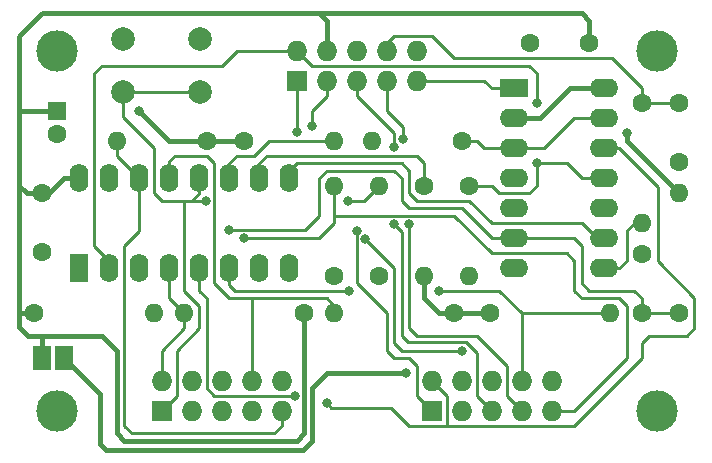
<source format=gtl>
G04 #@! TF.GenerationSoftware,KiCad,Pcbnew,(5.1.8)-1*
G04 #@! TF.CreationDate,2022-05-22T17:32:25+02:00*
G04 #@! TF.ProjectId,Amiga CD32,416d6967-6120-4434-9433-322e6b696361,rev?*
G04 #@! TF.SameCoordinates,Original*
G04 #@! TF.FileFunction,Copper,L1,Top*
G04 #@! TF.FilePolarity,Positive*
%FSLAX46Y46*%
G04 Gerber Fmt 4.6, Leading zero omitted, Abs format (unit mm)*
G04 Created by KiCad (PCBNEW (5.1.8)-1) date 2022-05-22 17:32:25*
%MOMM*%
%LPD*%
G01*
G04 APERTURE LIST*
G04 #@! TA.AperFunction,ComponentPad*
%ADD10O,1.600000X1.600000*%
G04 #@! TD*
G04 #@! TA.AperFunction,ComponentPad*
%ADD11C,1.600000*%
G04 #@! TD*
G04 #@! TA.AperFunction,ComponentPad*
%ADD12R,2.400000X1.600000*%
G04 #@! TD*
G04 #@! TA.AperFunction,ComponentPad*
%ADD13O,2.400000X1.600000*%
G04 #@! TD*
G04 #@! TA.AperFunction,ComponentPad*
%ADD14R,1.600000X1.600000*%
G04 #@! TD*
G04 #@! TA.AperFunction,ComponentPad*
%ADD15R,1.600000X2.400000*%
G04 #@! TD*
G04 #@! TA.AperFunction,ComponentPad*
%ADD16O,1.600000X2.400000*%
G04 #@! TD*
G04 #@! TA.AperFunction,SMDPad,CuDef*
%ADD17R,1.500000X2.000000*%
G04 #@! TD*
G04 #@! TA.AperFunction,ComponentPad*
%ADD18O,1.727200X1.727200*%
G04 #@! TD*
G04 #@! TA.AperFunction,ComponentPad*
%ADD19R,1.727200X1.727200*%
G04 #@! TD*
G04 #@! TA.AperFunction,ComponentPad*
%ADD20C,2.000000*%
G04 #@! TD*
G04 #@! TA.AperFunction,ComponentPad*
%ADD21C,3.500000*%
G04 #@! TD*
G04 #@! TA.AperFunction,ViaPad*
%ADD22C,0.800000*%
G04 #@! TD*
G04 #@! TA.AperFunction,Conductor*
%ADD23C,0.381000*%
G04 #@! TD*
G04 #@! TA.AperFunction,Conductor*
%ADD24C,0.250000*%
G04 #@! TD*
G04 APERTURE END LIST*
D10*
X165608000Y-99695000D03*
D11*
X155448000Y-99695000D03*
D10*
X142240000Y-99695000D03*
D11*
X152400000Y-99695000D03*
D10*
X123825000Y-85090000D03*
D11*
X131445000Y-85090000D03*
D10*
X146050000Y-88900000D03*
D11*
X146050000Y-96520000D03*
D10*
X145415000Y-85090000D03*
D11*
X153035000Y-85090000D03*
D10*
X153670000Y-96520000D03*
D11*
X153670000Y-88900000D03*
D10*
X142240000Y-85090000D03*
D11*
X134620000Y-85090000D03*
D10*
X149860000Y-96520000D03*
D11*
X149860000Y-88900000D03*
D10*
X127000000Y-99695000D03*
D11*
X116840000Y-99695000D03*
D10*
X129540000Y-99695000D03*
D11*
X139700000Y-99695000D03*
D10*
X171450000Y-89535000D03*
D11*
X171450000Y-99695000D03*
X171450000Y-81915000D03*
X171450000Y-86915000D03*
D12*
X157480000Y-80645000D03*
D13*
X165100000Y-95885000D03*
X157480000Y-83185000D03*
X165100000Y-93345000D03*
X157480000Y-85725000D03*
X165100000Y-90805000D03*
X157480000Y-88265000D03*
X165100000Y-88265000D03*
X157480000Y-90805000D03*
X165100000Y-85725000D03*
X157480000Y-93345000D03*
X165100000Y-83185000D03*
X157480000Y-95885000D03*
X165100000Y-80645000D03*
D14*
X118745000Y-82550000D03*
D11*
X118745000Y-84550000D03*
D15*
X120650000Y-95885000D03*
D16*
X138430000Y-88265000D03*
X123190000Y-95885000D03*
X135890000Y-88265000D03*
X125730000Y-95885000D03*
X133350000Y-88265000D03*
X128270000Y-95885000D03*
X130810000Y-88265000D03*
X130810000Y-95885000D03*
X128270000Y-88265000D03*
X133350000Y-95885000D03*
X125730000Y-88265000D03*
X135890000Y-95885000D03*
X123190000Y-88265000D03*
X138430000Y-95885000D03*
X120650000Y-88265000D03*
D11*
X168275000Y-94695000D03*
X168275000Y-99695000D03*
D17*
X119380000Y-103505000D03*
X117475000Y-103505000D03*
D11*
X117475000Y-94535000D03*
X117475000Y-89535000D03*
X168275000Y-81915000D03*
D10*
X168275000Y-92075000D03*
D18*
X149225000Y-77470000D03*
X146685000Y-77470000D03*
X144145000Y-77470000D03*
X141605000Y-77470000D03*
X139065000Y-77470000D03*
X149225000Y-80010000D03*
X146685000Y-80010000D03*
X144145000Y-80010000D03*
X141605000Y-80010000D03*
D19*
X139065000Y-80010000D03*
D18*
X160655000Y-105410000D03*
X158115000Y-105410000D03*
X155575000Y-105410000D03*
X153035000Y-105410000D03*
X150495000Y-105410000D03*
X160655000Y-107950000D03*
X158115000Y-107950000D03*
X155575000Y-107950000D03*
X153035000Y-107950000D03*
D19*
X150495000Y-107950000D03*
D11*
X163830000Y-76835000D03*
X158830000Y-76835000D03*
D19*
X127635000Y-107950000D03*
D18*
X130175000Y-107950000D03*
X132715000Y-107950000D03*
X135255000Y-107950000D03*
X137795000Y-107950000D03*
X127635000Y-105410000D03*
X130175000Y-105410000D03*
X132715000Y-105410000D03*
X135255000Y-105410000D03*
X137795000Y-105410000D03*
D20*
X124385000Y-80990000D03*
X124385000Y-76490000D03*
X130885000Y-80990000D03*
X130885000Y-76490000D03*
D21*
X118745000Y-107950000D03*
X169545000Y-107950000D03*
X169545000Y-77470000D03*
X118745000Y-77455001D03*
D11*
X142240000Y-96520000D03*
D10*
X142240000Y-88900000D03*
D22*
X125730000Y-82550000D03*
X167005000Y-84455000D03*
X148336000Y-104775000D03*
X133350000Y-92620000D03*
X131355000Y-90170000D03*
X143419990Y-90170000D03*
X151130000Y-97790000D03*
X143510000Y-97790000D03*
X138909500Y-106680000D03*
X141605000Y-107315000D03*
X134620000Y-93345000D03*
X148590000Y-92165000D03*
X148078836Y-84983716D03*
X147320000Y-92165000D03*
X147320000Y-85635000D03*
X144870000Y-93417108D03*
X140335000Y-83820000D03*
X153035000Y-102870000D03*
X144145000Y-92710000D03*
X139065000Y-84365000D03*
X159385000Y-86995000D03*
X159385000Y-81915000D03*
D23*
X115570000Y-76269573D02*
X115570000Y-82550000D01*
X115608952Y-76171003D02*
X115570000Y-76269573D01*
X115616570Y-76153430D02*
X115608952Y-76171003D01*
X117428431Y-74341569D02*
X115616570Y-76153430D01*
X117446009Y-74333949D02*
X117428431Y-74341569D01*
X140970000Y-74295000D02*
X117544574Y-74295000D01*
X117544574Y-74295000D02*
X117446009Y-74333949D01*
X141605000Y-74930000D02*
X140970000Y-74295000D01*
X141605000Y-77470000D02*
X141605000Y-74930000D01*
X118745000Y-82550000D02*
X115570000Y-82550000D01*
X116205000Y-89535000D02*
X117475000Y-89535000D01*
X115570000Y-88900000D02*
X116205000Y-89535000D01*
X115570000Y-82550000D02*
X115570000Y-88900000D01*
X118110000Y-89535000D02*
X117475000Y-89535000D01*
X119380000Y-88265000D02*
X118110000Y-89535000D01*
X120650000Y-88265000D02*
X119380000Y-88265000D01*
X116840000Y-99695000D02*
X115570000Y-99695000D01*
X115570000Y-88900000D02*
X115570000Y-99695000D01*
X117475000Y-101600000D02*
X117475000Y-103505000D01*
X116332000Y-101600000D02*
X115570000Y-100838000D01*
X117475000Y-101600000D02*
X116332000Y-101600000D01*
X115570000Y-99695000D02*
X115570000Y-100838000D01*
X157480000Y-83185000D02*
X159639000Y-83185000D01*
X162179000Y-80645000D02*
X165100000Y-80645000D01*
X159639000Y-83185000D02*
X162179000Y-80645000D01*
X140970000Y-74295000D02*
X163195000Y-74295000D01*
X163830000Y-74930000D02*
X163830000Y-76835000D01*
X163195000Y-74295000D02*
X163830000Y-74930000D01*
X139700000Y-101092000D02*
X139700000Y-99695000D01*
X139700000Y-109855000D02*
X139700000Y-101092000D01*
X139065000Y-110490000D02*
X139700000Y-109855000D01*
X124460000Y-110490000D02*
X139065000Y-110490000D01*
X123825000Y-109855000D02*
X124460000Y-110490000D01*
X123825000Y-102870000D02*
X123825000Y-109855000D01*
X122555000Y-101600000D02*
X123825000Y-102870000D01*
X117475000Y-101600000D02*
X122555000Y-101600000D01*
X128270000Y-85090000D02*
X125730000Y-82550000D01*
X131445000Y-85090000D02*
X128270000Y-85090000D01*
X131445000Y-85090000D02*
X134620000Y-85090000D01*
X155448000Y-99695000D02*
X152400000Y-99695000D01*
X151130000Y-99695000D02*
X152400000Y-99695000D01*
X149860000Y-98425000D02*
X151130000Y-99695000D01*
X149860000Y-96520000D02*
X149860000Y-98425000D01*
X171450000Y-89535000D02*
X167005000Y-85090000D01*
X167005000Y-85090000D02*
X167005000Y-84455000D01*
X141605000Y-104775000D02*
X148336000Y-104775000D01*
X140335000Y-106045000D02*
X141605000Y-104775000D01*
X140335000Y-110490000D02*
X140335000Y-106045000D01*
X139573000Y-111252000D02*
X140335000Y-110490000D01*
X122428000Y-110744000D02*
X122936000Y-111252000D01*
X122428000Y-106553000D02*
X122428000Y-110744000D01*
X122936000Y-111252000D02*
X139573000Y-111252000D01*
X119380000Y-103505000D02*
X122428000Y-106553000D01*
D24*
X171450000Y-99695000D02*
X168275000Y-99695000D01*
X147320000Y-87630000D02*
X141605000Y-87630000D01*
X147955000Y-88265000D02*
X147320000Y-87630000D01*
X140970000Y-91440000D02*
X139790000Y-92620000D01*
X147955000Y-90170000D02*
X147955000Y-88265000D01*
X141605000Y-87630000D02*
X140970000Y-88265000D01*
X148590000Y-90805000D02*
X147955000Y-90170000D01*
X139790000Y-92620000D02*
X133350000Y-92620000D01*
X140970000Y-88265000D02*
X140970000Y-91440000D01*
X153035000Y-90805000D02*
X148590000Y-90805000D01*
X155575000Y-93345000D02*
X153035000Y-90805000D01*
X157480000Y-93345000D02*
X155575000Y-93345000D01*
X168275000Y-98425000D02*
X168275000Y-99695000D01*
X167640000Y-97790000D02*
X168275000Y-98425000D01*
X163830000Y-97790000D02*
X167640000Y-97790000D01*
X163195000Y-97155000D02*
X163830000Y-97790000D01*
X162560000Y-93345000D02*
X163195000Y-93980000D01*
X163195000Y-93980000D02*
X163195000Y-97155000D01*
X157480000Y-93345000D02*
X162560000Y-93345000D01*
X168275000Y-81915000D02*
X171450000Y-81915000D01*
X146685000Y-77470000D02*
X146685000Y-76835000D01*
X146685000Y-76835000D02*
X147320000Y-76200000D01*
X147320000Y-76200000D02*
X150495000Y-76200000D01*
X150495000Y-76200000D02*
X152400000Y-78105000D01*
X152400000Y-78105000D02*
X159385000Y-78105000D01*
X159385000Y-78105000D02*
X165735000Y-78105000D01*
X168275000Y-80645000D02*
X168275000Y-81915000D01*
X165735000Y-78105000D02*
X168275000Y-80645000D01*
X124385000Y-80990000D02*
X130885000Y-80990000D01*
X124385000Y-80990000D02*
X124385000Y-83110000D01*
X124385000Y-83110000D02*
X127000000Y-85725000D01*
X127000000Y-85725000D02*
X127000000Y-89535000D01*
X127000000Y-89535000D02*
X127635000Y-90170000D01*
X129540000Y-93255000D02*
X129540000Y-90170000D01*
X127635000Y-90170000D02*
X129540000Y-90170000D01*
X130175000Y-90170000D02*
X129540000Y-90170000D01*
X130810000Y-89535000D02*
X130175000Y-90170000D01*
X130810000Y-88265000D02*
X130810000Y-89535000D01*
X130810000Y-99060000D02*
X129540000Y-97790000D01*
X130810000Y-100965000D02*
X130810000Y-99060000D01*
X128905000Y-102870000D02*
X130810000Y-100965000D01*
X128905000Y-106680000D02*
X128905000Y-102870000D01*
X127635000Y-107950000D02*
X128905000Y-106680000D01*
X130175000Y-90170000D02*
X131355000Y-90170000D01*
X129540000Y-97790000D02*
X129540000Y-93345000D01*
X146050000Y-88900000D02*
X144780000Y-90170000D01*
X144780000Y-90170000D02*
X143419990Y-90170000D01*
X125730000Y-88265000D02*
X125730000Y-92710000D01*
X125730000Y-92710000D02*
X124460000Y-93980000D01*
X124460000Y-93980000D02*
X124460000Y-109220000D01*
X124460000Y-109220000D02*
X125095000Y-109855000D01*
X125095000Y-109855000D02*
X137160000Y-109855000D01*
X137795000Y-109220000D02*
X137795000Y-107950000D01*
X137160000Y-109855000D02*
X137795000Y-109220000D01*
X123825000Y-86360000D02*
X123825000Y-85090000D01*
X125730000Y-88265000D02*
X123825000Y-86360000D01*
X128270000Y-98425000D02*
X129540000Y-99695000D01*
X128270000Y-95885000D02*
X128270000Y-98425000D01*
X127635000Y-102870000D02*
X127635000Y-105410000D01*
X129540000Y-100965000D02*
X127635000Y-102870000D01*
X129540000Y-99695000D02*
X129540000Y-100965000D01*
X135255000Y-100330000D02*
X135255000Y-105410000D01*
X128270000Y-86815000D02*
X128725000Y-86360000D01*
X131445000Y-86360000D02*
X132080000Y-86995000D01*
X128725000Y-86360000D02*
X131445000Y-86360000D01*
X128270000Y-88265000D02*
X128270000Y-86815000D01*
X132080000Y-86995000D02*
X132080000Y-93148004D01*
X132080000Y-93148004D02*
X132080000Y-97155000D01*
X135255000Y-99060000D02*
X135255000Y-100330000D01*
X141605000Y-98425000D02*
X135890000Y-98425000D01*
X142240000Y-99060000D02*
X141605000Y-98425000D01*
X142240000Y-99695000D02*
X142240000Y-99060000D01*
X135890000Y-98425000D02*
X133350000Y-98425000D01*
X132080000Y-97155000D02*
X133350000Y-98425000D01*
X135255000Y-99060000D02*
X135255000Y-98425000D01*
X165608000Y-99695000D02*
X158877000Y-99695000D01*
X158877000Y-99695000D02*
X158115000Y-99695000D01*
X156210000Y-97790000D02*
X151130000Y-97790000D01*
X158115000Y-99695000D02*
X156210000Y-97790000D01*
X158115000Y-100457000D02*
X158115000Y-99695000D01*
X158115000Y-105410000D02*
X158115000Y-100457000D01*
X133350000Y-95885000D02*
X133350000Y-97335000D01*
X133805000Y-97790000D02*
X143510000Y-97790000D01*
X133350000Y-97335000D02*
X133805000Y-97790000D01*
X150495000Y-105410000D02*
X151765000Y-106680000D01*
X130810000Y-95885000D02*
X130810000Y-97790000D01*
X130810000Y-97790000D02*
X131445000Y-98425000D01*
X131445000Y-98425000D02*
X131445000Y-106045000D01*
X132080000Y-106680000D02*
X138909500Y-106680000D01*
X131445000Y-106045000D02*
X132080000Y-106680000D01*
X142004999Y-107714999D02*
X141605000Y-107315000D01*
X147084999Y-107714999D02*
X142004999Y-107714999D01*
X151765000Y-106680000D02*
X151765000Y-109220000D01*
X151765000Y-109220000D02*
X148590000Y-109220000D01*
X148590000Y-109220000D02*
X147084999Y-107714999D01*
X168275000Y-103505000D02*
X162560000Y-109220000D01*
X172085000Y-101600000D02*
X168910000Y-101600000D01*
X172720000Y-100965000D02*
X172085000Y-101600000D01*
X172720000Y-98375000D02*
X172720000Y-100965000D01*
X168275000Y-102235000D02*
X168275000Y-103505000D01*
X169645000Y-95300000D02*
X172720000Y-98375000D01*
X162560000Y-109220000D02*
X151765000Y-109220000D01*
X169645000Y-89000000D02*
X169645000Y-95300000D01*
X166370000Y-85725000D02*
X169645000Y-89000000D01*
X168910000Y-101600000D02*
X168275000Y-102235000D01*
X165100000Y-85725000D02*
X166370000Y-85725000D01*
X140970000Y-93345000D02*
X134620000Y-93345000D01*
X142240000Y-92075000D02*
X140970000Y-93345000D01*
X142240000Y-90170000D02*
X142240000Y-88900000D01*
X142240000Y-91440000D02*
X142240000Y-90170000D01*
X142240000Y-92075000D02*
X142240000Y-91440000D01*
X152400000Y-91440000D02*
X147955000Y-91440000D01*
X155575000Y-94615000D02*
X152400000Y-91440000D01*
X161925000Y-94615000D02*
X155575000Y-94615000D01*
X162560000Y-97790000D02*
X162560000Y-95250000D01*
X163195000Y-98425000D02*
X162560000Y-97790000D01*
X166370000Y-98425000D02*
X163195000Y-98425000D01*
X167005000Y-99060000D02*
X166370000Y-98425000D01*
X162560000Y-95250000D02*
X161925000Y-94615000D01*
X167005000Y-103505000D02*
X167005000Y-99060000D01*
X147955000Y-91440000D02*
X142240000Y-91440000D01*
X162560000Y-107950000D02*
X167005000Y-103505000D01*
X160655000Y-107950000D02*
X162560000Y-107950000D01*
X146685000Y-82550000D02*
X146685000Y-80010000D01*
X148078836Y-83943836D02*
X146685000Y-82550000D01*
X148078836Y-84983716D02*
X148078836Y-83943836D01*
X148590000Y-95250000D02*
X148590000Y-92165000D01*
X148590000Y-100965000D02*
X148590000Y-95250000D01*
X149225000Y-101600000D02*
X148590000Y-100965000D01*
X154305000Y-101600000D02*
X149225000Y-101600000D01*
X156845000Y-104140000D02*
X154305000Y-101600000D01*
X156845000Y-106680000D02*
X156845000Y-104140000D01*
X158115000Y-107950000D02*
X156845000Y-106680000D01*
X144145000Y-81280000D02*
X144145000Y-80010000D01*
X147320000Y-84455000D02*
X144145000Y-81280000D01*
X147320000Y-85635000D02*
X147320000Y-84455000D01*
X147955000Y-92800000D02*
X147320000Y-92165000D01*
X153383001Y-102144999D02*
X148499999Y-102144999D01*
X147955000Y-101600000D02*
X147955000Y-92800000D01*
X148499999Y-102144999D02*
X147955000Y-101600000D01*
X154305000Y-103066997D02*
X153383001Y-102144999D01*
X154305000Y-106680000D02*
X154305000Y-103066997D01*
X155575000Y-107950000D02*
X154305000Y-106680000D01*
X141605000Y-80010000D02*
X141605000Y-81280000D01*
X140335000Y-82550000D02*
X140335000Y-83820000D01*
X141605000Y-81280000D02*
X140335000Y-82550000D01*
X147320000Y-102235000D02*
X147955000Y-102870000D01*
X144870000Y-93417108D02*
X147320000Y-95867108D01*
X147320000Y-95867108D02*
X147320000Y-102235000D01*
X147955000Y-102870000D02*
X153035000Y-102870000D01*
X139065000Y-82550000D02*
X139065000Y-80010000D01*
X139065000Y-82550000D02*
X139065000Y-84365000D01*
X144145000Y-97155000D02*
X144145000Y-92710000D01*
X146685000Y-102870000D02*
X146685000Y-99695000D01*
X147320000Y-103505000D02*
X146685000Y-102870000D01*
X146685000Y-99695000D02*
X144145000Y-97155000D01*
X148590000Y-103505000D02*
X147320000Y-103505000D01*
X149225000Y-104140000D02*
X148590000Y-103505000D01*
X149225000Y-106680000D02*
X149225000Y-104140000D01*
X150495000Y-107950000D02*
X149225000Y-106680000D01*
X123190000Y-95250000D02*
X121920000Y-93980000D01*
X123190000Y-95885000D02*
X123190000Y-95250000D01*
X139065000Y-77470000D02*
X133985000Y-77470000D01*
X133985000Y-77470000D02*
X132715000Y-78740000D01*
X122555000Y-78740000D02*
X121920000Y-79375000D01*
X132715000Y-78740000D02*
X122555000Y-78740000D01*
X121920000Y-93980000D02*
X121920000Y-79375000D01*
X140335000Y-78740000D02*
X139065000Y-77470000D01*
X158750000Y-78740000D02*
X140335000Y-78740000D01*
X159385000Y-79375000D02*
X158750000Y-78740000D01*
X159385000Y-81915000D02*
X159385000Y-79375000D01*
X165100000Y-88265000D02*
X163195000Y-88265000D01*
X161925000Y-86995000D02*
X159385000Y-86995000D01*
X163195000Y-88265000D02*
X161925000Y-86995000D01*
X159385000Y-88900000D02*
X159385000Y-86995000D01*
X156210000Y-89535000D02*
X158750000Y-89535000D01*
X158750000Y-89535000D02*
X159385000Y-88900000D01*
X155575000Y-88900000D02*
X156210000Y-89535000D01*
X153670000Y-88900000D02*
X155575000Y-88900000D01*
X154940000Y-80010000D02*
X149225000Y-80010000D01*
X155575000Y-80645000D02*
X154940000Y-80010000D01*
X157480000Y-80645000D02*
X155575000Y-80645000D01*
X165100000Y-95885000D02*
X166370000Y-95885000D01*
X166370000Y-95885000D02*
X167005000Y-95250000D01*
X167005000Y-95250000D02*
X167005000Y-92710000D01*
X167640000Y-92075000D02*
X168275000Y-92075000D01*
X167005000Y-92710000D02*
X167640000Y-92075000D01*
X162560000Y-83185000D02*
X165100000Y-83185000D01*
X160020000Y-85725000D02*
X162560000Y-83185000D01*
X157480000Y-85725000D02*
X160020000Y-85725000D01*
X157480000Y-85725000D02*
X154940000Y-85725000D01*
X154940000Y-85725000D02*
X154305000Y-85090000D01*
X154305000Y-85090000D02*
X153035000Y-85090000D01*
X133350000Y-86995000D02*
X133350000Y-88265000D01*
X135452501Y-86360000D02*
X133985000Y-86360000D01*
X136722501Y-85090000D02*
X135452501Y-86360000D01*
X133985000Y-86360000D02*
X133350000Y-86995000D01*
X142240000Y-85090000D02*
X136722501Y-85090000D01*
X135890000Y-88265000D02*
X135890000Y-86995000D01*
X135890000Y-86995000D02*
X136525000Y-86360000D01*
X136525000Y-86360000D02*
X149225000Y-86360000D01*
X149860000Y-86995000D02*
X149860000Y-88900000D01*
X149225000Y-86360000D02*
X149860000Y-86995000D01*
X138430000Y-87630000D02*
X138430000Y-88265000D01*
X139065000Y-86995000D02*
X138430000Y-87630000D01*
X148590000Y-87630000D02*
X147955000Y-86995000D01*
X147955000Y-86995000D02*
X139065000Y-86995000D01*
X148590000Y-89535000D02*
X148590000Y-87630000D01*
X149225000Y-90170000D02*
X148590000Y-89535000D01*
X153670000Y-90170000D02*
X149225000Y-90170000D01*
X163195000Y-92075000D02*
X155575000Y-92075000D01*
X155575000Y-92075000D02*
X153670000Y-90170000D01*
X164465000Y-93345000D02*
X163195000Y-92075000D01*
X165100000Y-93345000D02*
X164465000Y-93345000D01*
M02*

</source>
